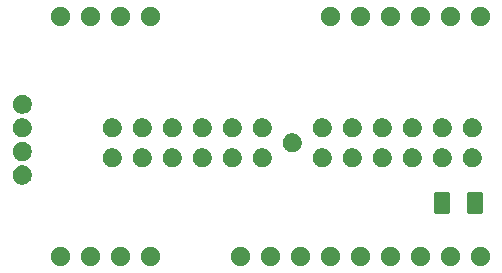
<source format=gbr>
G04 #@! TF.GenerationSoftware,KiCad,Pcbnew,(5.1.2)-2*
G04 #@! TF.CreationDate,2019-08-10T02:00:27-04:00*
G04 #@! TF.ProjectId,compact-giraffe,636f6d70-6163-4742-9d67-697261666665,rev?*
G04 #@! TF.SameCoordinates,Original*
G04 #@! TF.FileFunction,Soldermask,Top*
G04 #@! TF.FilePolarity,Negative*
%FSLAX46Y46*%
G04 Gerber Fmt 4.6, Leading zero omitted, Abs format (unit mm)*
G04 Created by KiCad (PCBNEW (5.1.2)-2) date 2019-08-10 02:00:27*
%MOMM*%
%LPD*%
G04 APERTURE LIST*
%ADD10C,0.100000*%
G04 APERTURE END LIST*
D10*
G36*
X141909141Y-99000241D02*
G01*
X142057100Y-99061528D01*
X142190254Y-99150498D01*
X142303500Y-99263744D01*
X142392470Y-99396898D01*
X142453757Y-99544857D01*
X142484999Y-99701924D01*
X142484999Y-99862074D01*
X142453757Y-100019141D01*
X142392470Y-100167100D01*
X142303500Y-100300254D01*
X142190254Y-100413500D01*
X142057100Y-100502470D01*
X141909141Y-100563757D01*
X141752074Y-100594999D01*
X141591924Y-100594999D01*
X141434857Y-100563757D01*
X141286898Y-100502470D01*
X141153744Y-100413500D01*
X141040498Y-100300254D01*
X140951528Y-100167100D01*
X140890241Y-100019141D01*
X140858999Y-99862074D01*
X140858999Y-99701924D01*
X140890241Y-99544857D01*
X140951528Y-99396898D01*
X141040498Y-99263744D01*
X141153744Y-99150498D01*
X141286898Y-99061528D01*
X141434857Y-99000241D01*
X141591924Y-98968999D01*
X141752074Y-98968999D01*
X141909141Y-99000241D01*
X141909141Y-99000241D01*
G37*
G36*
X139369141Y-99000241D02*
G01*
X139517100Y-99061528D01*
X139650254Y-99150498D01*
X139763500Y-99263744D01*
X139852470Y-99396898D01*
X139913757Y-99544857D01*
X139944999Y-99701924D01*
X139944999Y-99862074D01*
X139913757Y-100019141D01*
X139852470Y-100167100D01*
X139763500Y-100300254D01*
X139650254Y-100413500D01*
X139517100Y-100502470D01*
X139369141Y-100563757D01*
X139212074Y-100594999D01*
X139051924Y-100594999D01*
X138894857Y-100563757D01*
X138746898Y-100502470D01*
X138613744Y-100413500D01*
X138500498Y-100300254D01*
X138411528Y-100167100D01*
X138350241Y-100019141D01*
X138318999Y-99862074D01*
X138318999Y-99701924D01*
X138350241Y-99544857D01*
X138411528Y-99396898D01*
X138500498Y-99263744D01*
X138613744Y-99150498D01*
X138746898Y-99061528D01*
X138894857Y-99000241D01*
X139051924Y-98968999D01*
X139212074Y-98968999D01*
X139369141Y-99000241D01*
X139369141Y-99000241D01*
G37*
G36*
X106349141Y-99000241D02*
G01*
X106497100Y-99061528D01*
X106630254Y-99150498D01*
X106743500Y-99263744D01*
X106832470Y-99396898D01*
X106893757Y-99544857D01*
X106924999Y-99701924D01*
X106924999Y-99862074D01*
X106893757Y-100019141D01*
X106832470Y-100167100D01*
X106743500Y-100300254D01*
X106630254Y-100413500D01*
X106497100Y-100502470D01*
X106349141Y-100563757D01*
X106192074Y-100594999D01*
X106031924Y-100594999D01*
X105874857Y-100563757D01*
X105726898Y-100502470D01*
X105593744Y-100413500D01*
X105480498Y-100300254D01*
X105391528Y-100167100D01*
X105330241Y-100019141D01*
X105298999Y-99862074D01*
X105298999Y-99701924D01*
X105330241Y-99544857D01*
X105391528Y-99396898D01*
X105480498Y-99263744D01*
X105593744Y-99150498D01*
X105726898Y-99061528D01*
X105874857Y-99000241D01*
X106031924Y-98968999D01*
X106192074Y-98968999D01*
X106349141Y-99000241D01*
X106349141Y-99000241D01*
G37*
G36*
X108889141Y-99000241D02*
G01*
X109037100Y-99061528D01*
X109170254Y-99150498D01*
X109283500Y-99263744D01*
X109372470Y-99396898D01*
X109433757Y-99544857D01*
X109464999Y-99701924D01*
X109464999Y-99862074D01*
X109433757Y-100019141D01*
X109372470Y-100167100D01*
X109283500Y-100300254D01*
X109170254Y-100413500D01*
X109037100Y-100502470D01*
X108889141Y-100563757D01*
X108732074Y-100594999D01*
X108571924Y-100594999D01*
X108414857Y-100563757D01*
X108266898Y-100502470D01*
X108133744Y-100413500D01*
X108020498Y-100300254D01*
X107931528Y-100167100D01*
X107870241Y-100019141D01*
X107838999Y-99862074D01*
X107838999Y-99701924D01*
X107870241Y-99544857D01*
X107931528Y-99396898D01*
X108020498Y-99263744D01*
X108133744Y-99150498D01*
X108266898Y-99061528D01*
X108414857Y-99000241D01*
X108571924Y-98968999D01*
X108732074Y-98968999D01*
X108889141Y-99000241D01*
X108889141Y-99000241D01*
G37*
G36*
X111429141Y-99000241D02*
G01*
X111577100Y-99061528D01*
X111710254Y-99150498D01*
X111823500Y-99263744D01*
X111912470Y-99396898D01*
X111973757Y-99544857D01*
X112004999Y-99701924D01*
X112004999Y-99862074D01*
X111973757Y-100019141D01*
X111912470Y-100167100D01*
X111823500Y-100300254D01*
X111710254Y-100413500D01*
X111577100Y-100502470D01*
X111429141Y-100563757D01*
X111272074Y-100594999D01*
X111111924Y-100594999D01*
X110954857Y-100563757D01*
X110806898Y-100502470D01*
X110673744Y-100413500D01*
X110560498Y-100300254D01*
X110471528Y-100167100D01*
X110410241Y-100019141D01*
X110378999Y-99862074D01*
X110378999Y-99701924D01*
X110410241Y-99544857D01*
X110471528Y-99396898D01*
X110560498Y-99263744D01*
X110673744Y-99150498D01*
X110806898Y-99061528D01*
X110954857Y-99000241D01*
X111111924Y-98968999D01*
X111272074Y-98968999D01*
X111429141Y-99000241D01*
X111429141Y-99000241D01*
G37*
G36*
X113969141Y-99000241D02*
G01*
X114117100Y-99061528D01*
X114250254Y-99150498D01*
X114363500Y-99263744D01*
X114452470Y-99396898D01*
X114513757Y-99544857D01*
X114544999Y-99701924D01*
X114544999Y-99862074D01*
X114513757Y-100019141D01*
X114452470Y-100167100D01*
X114363500Y-100300254D01*
X114250254Y-100413500D01*
X114117100Y-100502470D01*
X113969141Y-100563757D01*
X113812074Y-100594999D01*
X113651924Y-100594999D01*
X113494857Y-100563757D01*
X113346898Y-100502470D01*
X113213744Y-100413500D01*
X113100498Y-100300254D01*
X113011528Y-100167100D01*
X112950241Y-100019141D01*
X112918999Y-99862074D01*
X112918999Y-99701924D01*
X112950241Y-99544857D01*
X113011528Y-99396898D01*
X113100498Y-99263744D01*
X113213744Y-99150498D01*
X113346898Y-99061528D01*
X113494857Y-99000241D01*
X113651924Y-98968999D01*
X113812074Y-98968999D01*
X113969141Y-99000241D01*
X113969141Y-99000241D01*
G37*
G36*
X121589141Y-99000241D02*
G01*
X121737100Y-99061528D01*
X121870254Y-99150498D01*
X121983500Y-99263744D01*
X122072470Y-99396898D01*
X122133757Y-99544857D01*
X122164999Y-99701924D01*
X122164999Y-99862074D01*
X122133757Y-100019141D01*
X122072470Y-100167100D01*
X121983500Y-100300254D01*
X121870254Y-100413500D01*
X121737100Y-100502470D01*
X121589141Y-100563757D01*
X121432074Y-100594999D01*
X121271924Y-100594999D01*
X121114857Y-100563757D01*
X120966898Y-100502470D01*
X120833744Y-100413500D01*
X120720498Y-100300254D01*
X120631528Y-100167100D01*
X120570241Y-100019141D01*
X120538999Y-99862074D01*
X120538999Y-99701924D01*
X120570241Y-99544857D01*
X120631528Y-99396898D01*
X120720498Y-99263744D01*
X120833744Y-99150498D01*
X120966898Y-99061528D01*
X121114857Y-99000241D01*
X121271924Y-98968999D01*
X121432074Y-98968999D01*
X121589141Y-99000241D01*
X121589141Y-99000241D01*
G37*
G36*
X124129141Y-99000241D02*
G01*
X124277100Y-99061528D01*
X124410254Y-99150498D01*
X124523500Y-99263744D01*
X124612470Y-99396898D01*
X124673757Y-99544857D01*
X124704999Y-99701924D01*
X124704999Y-99862074D01*
X124673757Y-100019141D01*
X124612470Y-100167100D01*
X124523500Y-100300254D01*
X124410254Y-100413500D01*
X124277100Y-100502470D01*
X124129141Y-100563757D01*
X123972074Y-100594999D01*
X123811924Y-100594999D01*
X123654857Y-100563757D01*
X123506898Y-100502470D01*
X123373744Y-100413500D01*
X123260498Y-100300254D01*
X123171528Y-100167100D01*
X123110241Y-100019141D01*
X123078999Y-99862074D01*
X123078999Y-99701924D01*
X123110241Y-99544857D01*
X123171528Y-99396898D01*
X123260498Y-99263744D01*
X123373744Y-99150498D01*
X123506898Y-99061528D01*
X123654857Y-99000241D01*
X123811924Y-98968999D01*
X123972074Y-98968999D01*
X124129141Y-99000241D01*
X124129141Y-99000241D01*
G37*
G36*
X126669141Y-99000241D02*
G01*
X126817100Y-99061528D01*
X126950254Y-99150498D01*
X127063500Y-99263744D01*
X127152470Y-99396898D01*
X127213757Y-99544857D01*
X127244999Y-99701924D01*
X127244999Y-99862074D01*
X127213757Y-100019141D01*
X127152470Y-100167100D01*
X127063500Y-100300254D01*
X126950254Y-100413500D01*
X126817100Y-100502470D01*
X126669141Y-100563757D01*
X126512074Y-100594999D01*
X126351924Y-100594999D01*
X126194857Y-100563757D01*
X126046898Y-100502470D01*
X125913744Y-100413500D01*
X125800498Y-100300254D01*
X125711528Y-100167100D01*
X125650241Y-100019141D01*
X125618999Y-99862074D01*
X125618999Y-99701924D01*
X125650241Y-99544857D01*
X125711528Y-99396898D01*
X125800498Y-99263744D01*
X125913744Y-99150498D01*
X126046898Y-99061528D01*
X126194857Y-99000241D01*
X126351924Y-98968999D01*
X126512074Y-98968999D01*
X126669141Y-99000241D01*
X126669141Y-99000241D01*
G37*
G36*
X129209141Y-99000241D02*
G01*
X129357100Y-99061528D01*
X129490254Y-99150498D01*
X129603500Y-99263744D01*
X129692470Y-99396898D01*
X129753757Y-99544857D01*
X129784999Y-99701924D01*
X129784999Y-99862074D01*
X129753757Y-100019141D01*
X129692470Y-100167100D01*
X129603500Y-100300254D01*
X129490254Y-100413500D01*
X129357100Y-100502470D01*
X129209141Y-100563757D01*
X129052074Y-100594999D01*
X128891924Y-100594999D01*
X128734857Y-100563757D01*
X128586898Y-100502470D01*
X128453744Y-100413500D01*
X128340498Y-100300254D01*
X128251528Y-100167100D01*
X128190241Y-100019141D01*
X128158999Y-99862074D01*
X128158999Y-99701924D01*
X128190241Y-99544857D01*
X128251528Y-99396898D01*
X128340498Y-99263744D01*
X128453744Y-99150498D01*
X128586898Y-99061528D01*
X128734857Y-99000241D01*
X128891924Y-98968999D01*
X129052074Y-98968999D01*
X129209141Y-99000241D01*
X129209141Y-99000241D01*
G37*
G36*
X131749141Y-99000241D02*
G01*
X131897100Y-99061528D01*
X132030254Y-99150498D01*
X132143500Y-99263744D01*
X132232470Y-99396898D01*
X132293757Y-99544857D01*
X132324999Y-99701924D01*
X132324999Y-99862074D01*
X132293757Y-100019141D01*
X132232470Y-100167100D01*
X132143500Y-100300254D01*
X132030254Y-100413500D01*
X131897100Y-100502470D01*
X131749141Y-100563757D01*
X131592074Y-100594999D01*
X131431924Y-100594999D01*
X131274857Y-100563757D01*
X131126898Y-100502470D01*
X130993744Y-100413500D01*
X130880498Y-100300254D01*
X130791528Y-100167100D01*
X130730241Y-100019141D01*
X130698999Y-99862074D01*
X130698999Y-99701924D01*
X130730241Y-99544857D01*
X130791528Y-99396898D01*
X130880498Y-99263744D01*
X130993744Y-99150498D01*
X131126898Y-99061528D01*
X131274857Y-99000241D01*
X131431924Y-98968999D01*
X131592074Y-98968999D01*
X131749141Y-99000241D01*
X131749141Y-99000241D01*
G37*
G36*
X134289141Y-99000241D02*
G01*
X134437100Y-99061528D01*
X134570254Y-99150498D01*
X134683500Y-99263744D01*
X134772470Y-99396898D01*
X134833757Y-99544857D01*
X134864999Y-99701924D01*
X134864999Y-99862074D01*
X134833757Y-100019141D01*
X134772470Y-100167100D01*
X134683500Y-100300254D01*
X134570254Y-100413500D01*
X134437100Y-100502470D01*
X134289141Y-100563757D01*
X134132074Y-100594999D01*
X133971924Y-100594999D01*
X133814857Y-100563757D01*
X133666898Y-100502470D01*
X133533744Y-100413500D01*
X133420498Y-100300254D01*
X133331528Y-100167100D01*
X133270241Y-100019141D01*
X133238999Y-99862074D01*
X133238999Y-99701924D01*
X133270241Y-99544857D01*
X133331528Y-99396898D01*
X133420498Y-99263744D01*
X133533744Y-99150498D01*
X133666898Y-99061528D01*
X133814857Y-99000241D01*
X133971924Y-98968999D01*
X134132074Y-98968999D01*
X134289141Y-99000241D01*
X134289141Y-99000241D01*
G37*
G36*
X136829141Y-99000241D02*
G01*
X136977100Y-99061528D01*
X137110254Y-99150498D01*
X137223500Y-99263744D01*
X137312470Y-99396898D01*
X137373757Y-99544857D01*
X137404999Y-99701924D01*
X137404999Y-99862074D01*
X137373757Y-100019141D01*
X137312470Y-100167100D01*
X137223500Y-100300254D01*
X137110254Y-100413500D01*
X136977100Y-100502470D01*
X136829141Y-100563757D01*
X136672074Y-100594999D01*
X136511924Y-100594999D01*
X136354857Y-100563757D01*
X136206898Y-100502470D01*
X136073744Y-100413500D01*
X135960498Y-100300254D01*
X135871528Y-100167100D01*
X135810241Y-100019141D01*
X135778999Y-99862074D01*
X135778999Y-99701924D01*
X135810241Y-99544857D01*
X135871528Y-99396898D01*
X135960498Y-99263744D01*
X136073744Y-99150498D01*
X136206898Y-99061528D01*
X136354857Y-99000241D01*
X136511924Y-98968999D01*
X136672074Y-98968999D01*
X136829141Y-99000241D01*
X136829141Y-99000241D01*
G37*
G36*
X138948604Y-94328347D02*
G01*
X138985144Y-94339432D01*
X139018821Y-94357433D01*
X139048341Y-94381659D01*
X139072567Y-94411179D01*
X139090568Y-94444856D01*
X139101653Y-94481396D01*
X139106000Y-94525538D01*
X139106000Y-95974462D01*
X139101653Y-96018604D01*
X139090568Y-96055144D01*
X139072567Y-96088821D01*
X139048341Y-96118341D01*
X139018821Y-96142567D01*
X138985144Y-96160568D01*
X138948604Y-96171653D01*
X138904462Y-96176000D01*
X137955538Y-96176000D01*
X137911396Y-96171653D01*
X137874856Y-96160568D01*
X137841179Y-96142567D01*
X137811659Y-96118341D01*
X137787433Y-96088821D01*
X137769432Y-96055144D01*
X137758347Y-96018604D01*
X137754000Y-95974462D01*
X137754000Y-94525538D01*
X137758347Y-94481396D01*
X137769432Y-94444856D01*
X137787433Y-94411179D01*
X137811659Y-94381659D01*
X137841179Y-94357433D01*
X137874856Y-94339432D01*
X137911396Y-94328347D01*
X137955538Y-94324000D01*
X138904462Y-94324000D01*
X138948604Y-94328347D01*
X138948604Y-94328347D01*
G37*
G36*
X141748604Y-94328347D02*
G01*
X141785144Y-94339432D01*
X141818821Y-94357433D01*
X141848341Y-94381659D01*
X141872567Y-94411179D01*
X141890568Y-94444856D01*
X141901653Y-94481396D01*
X141906000Y-94525538D01*
X141906000Y-95974462D01*
X141901653Y-96018604D01*
X141890568Y-96055144D01*
X141872567Y-96088821D01*
X141848341Y-96118341D01*
X141818821Y-96142567D01*
X141785144Y-96160568D01*
X141748604Y-96171653D01*
X141704462Y-96176000D01*
X140755538Y-96176000D01*
X140711396Y-96171653D01*
X140674856Y-96160568D01*
X140641179Y-96142567D01*
X140611659Y-96118341D01*
X140587433Y-96088821D01*
X140569432Y-96055144D01*
X140558347Y-96018604D01*
X140554000Y-95974462D01*
X140554000Y-94525538D01*
X140558347Y-94481396D01*
X140569432Y-94444856D01*
X140587433Y-94411179D01*
X140611659Y-94381659D01*
X140641179Y-94357433D01*
X140674856Y-94339432D01*
X140711396Y-94328347D01*
X140755538Y-94324000D01*
X141704462Y-94324000D01*
X141748604Y-94328347D01*
X141748604Y-94328347D01*
G37*
G36*
X103107142Y-92118242D02*
G01*
X103255101Y-92179529D01*
X103388255Y-92268499D01*
X103501501Y-92381745D01*
X103590471Y-92514899D01*
X103651758Y-92662858D01*
X103683000Y-92819925D01*
X103683000Y-92980075D01*
X103651758Y-93137142D01*
X103590471Y-93285101D01*
X103501501Y-93418255D01*
X103388255Y-93531501D01*
X103255101Y-93620471D01*
X103107142Y-93681758D01*
X102950075Y-93713000D01*
X102789925Y-93713000D01*
X102632858Y-93681758D01*
X102484899Y-93620471D01*
X102351745Y-93531501D01*
X102238499Y-93418255D01*
X102149529Y-93285101D01*
X102088242Y-93137142D01*
X102057000Y-92980075D01*
X102057000Y-92819925D01*
X102088242Y-92662858D01*
X102149529Y-92514899D01*
X102238499Y-92381745D01*
X102351745Y-92268499D01*
X102484899Y-92179529D01*
X102632858Y-92118242D01*
X102789925Y-92087000D01*
X102950075Y-92087000D01*
X103107142Y-92118242D01*
X103107142Y-92118242D01*
G37*
G36*
X141207142Y-90658242D02*
G01*
X141355101Y-90719529D01*
X141488255Y-90808499D01*
X141601501Y-90921745D01*
X141690471Y-91054899D01*
X141751758Y-91202858D01*
X141783000Y-91359925D01*
X141783000Y-91520075D01*
X141751758Y-91677142D01*
X141690471Y-91825101D01*
X141601501Y-91958255D01*
X141488255Y-92071501D01*
X141355101Y-92160471D01*
X141207142Y-92221758D01*
X141050075Y-92253000D01*
X140889925Y-92253000D01*
X140732858Y-92221758D01*
X140584899Y-92160471D01*
X140451745Y-92071501D01*
X140338499Y-91958255D01*
X140249529Y-91825101D01*
X140188242Y-91677142D01*
X140157000Y-91520075D01*
X140157000Y-91359925D01*
X140188242Y-91202858D01*
X140249529Y-91054899D01*
X140338499Y-90921745D01*
X140451745Y-90808499D01*
X140584899Y-90719529D01*
X140732858Y-90658242D01*
X140889925Y-90627000D01*
X141050075Y-90627000D01*
X141207142Y-90658242D01*
X141207142Y-90658242D01*
G37*
G36*
X138667142Y-90658242D02*
G01*
X138815101Y-90719529D01*
X138948255Y-90808499D01*
X139061501Y-90921745D01*
X139150471Y-91054899D01*
X139211758Y-91202858D01*
X139243000Y-91359925D01*
X139243000Y-91520075D01*
X139211758Y-91677142D01*
X139150471Y-91825101D01*
X139061501Y-91958255D01*
X138948255Y-92071501D01*
X138815101Y-92160471D01*
X138667142Y-92221758D01*
X138510075Y-92253000D01*
X138349925Y-92253000D01*
X138192858Y-92221758D01*
X138044899Y-92160471D01*
X137911745Y-92071501D01*
X137798499Y-91958255D01*
X137709529Y-91825101D01*
X137648242Y-91677142D01*
X137617000Y-91520075D01*
X137617000Y-91359925D01*
X137648242Y-91202858D01*
X137709529Y-91054899D01*
X137798499Y-90921745D01*
X137911745Y-90808499D01*
X138044899Y-90719529D01*
X138192858Y-90658242D01*
X138349925Y-90627000D01*
X138510075Y-90627000D01*
X138667142Y-90658242D01*
X138667142Y-90658242D01*
G37*
G36*
X131047142Y-90658242D02*
G01*
X131195101Y-90719529D01*
X131328255Y-90808499D01*
X131441501Y-90921745D01*
X131530471Y-91054899D01*
X131591758Y-91202858D01*
X131623000Y-91359925D01*
X131623000Y-91520075D01*
X131591758Y-91677142D01*
X131530471Y-91825101D01*
X131441501Y-91958255D01*
X131328255Y-92071501D01*
X131195101Y-92160471D01*
X131047142Y-92221758D01*
X130890075Y-92253000D01*
X130729925Y-92253000D01*
X130572858Y-92221758D01*
X130424899Y-92160471D01*
X130291745Y-92071501D01*
X130178499Y-91958255D01*
X130089529Y-91825101D01*
X130028242Y-91677142D01*
X129997000Y-91520075D01*
X129997000Y-91359925D01*
X130028242Y-91202858D01*
X130089529Y-91054899D01*
X130178499Y-90921745D01*
X130291745Y-90808499D01*
X130424899Y-90719529D01*
X130572858Y-90658242D01*
X130729925Y-90627000D01*
X130890075Y-90627000D01*
X131047142Y-90658242D01*
X131047142Y-90658242D01*
G37*
G36*
X136127142Y-90658242D02*
G01*
X136275101Y-90719529D01*
X136408255Y-90808499D01*
X136521501Y-90921745D01*
X136610471Y-91054899D01*
X136671758Y-91202858D01*
X136703000Y-91359925D01*
X136703000Y-91520075D01*
X136671758Y-91677142D01*
X136610471Y-91825101D01*
X136521501Y-91958255D01*
X136408255Y-92071501D01*
X136275101Y-92160471D01*
X136127142Y-92221758D01*
X135970075Y-92253000D01*
X135809925Y-92253000D01*
X135652858Y-92221758D01*
X135504899Y-92160471D01*
X135371745Y-92071501D01*
X135258499Y-91958255D01*
X135169529Y-91825101D01*
X135108242Y-91677142D01*
X135077000Y-91520075D01*
X135077000Y-91359925D01*
X135108242Y-91202858D01*
X135169529Y-91054899D01*
X135258499Y-90921745D01*
X135371745Y-90808499D01*
X135504899Y-90719529D01*
X135652858Y-90658242D01*
X135809925Y-90627000D01*
X135970075Y-90627000D01*
X136127142Y-90658242D01*
X136127142Y-90658242D01*
G37*
G36*
X110727142Y-90658242D02*
G01*
X110875101Y-90719529D01*
X111008255Y-90808499D01*
X111121501Y-90921745D01*
X111210471Y-91054899D01*
X111271758Y-91202858D01*
X111303000Y-91359925D01*
X111303000Y-91520075D01*
X111271758Y-91677142D01*
X111210471Y-91825101D01*
X111121501Y-91958255D01*
X111008255Y-92071501D01*
X110875101Y-92160471D01*
X110727142Y-92221758D01*
X110570075Y-92253000D01*
X110409925Y-92253000D01*
X110252858Y-92221758D01*
X110104899Y-92160471D01*
X109971745Y-92071501D01*
X109858499Y-91958255D01*
X109769529Y-91825101D01*
X109708242Y-91677142D01*
X109677000Y-91520075D01*
X109677000Y-91359925D01*
X109708242Y-91202858D01*
X109769529Y-91054899D01*
X109858499Y-90921745D01*
X109971745Y-90808499D01*
X110104899Y-90719529D01*
X110252858Y-90658242D01*
X110409925Y-90627000D01*
X110570075Y-90627000D01*
X110727142Y-90658242D01*
X110727142Y-90658242D01*
G37*
G36*
X113267142Y-90658242D02*
G01*
X113415101Y-90719529D01*
X113548255Y-90808499D01*
X113661501Y-90921745D01*
X113750471Y-91054899D01*
X113811758Y-91202858D01*
X113843000Y-91359925D01*
X113843000Y-91520075D01*
X113811758Y-91677142D01*
X113750471Y-91825101D01*
X113661501Y-91958255D01*
X113548255Y-92071501D01*
X113415101Y-92160471D01*
X113267142Y-92221758D01*
X113110075Y-92253000D01*
X112949925Y-92253000D01*
X112792858Y-92221758D01*
X112644899Y-92160471D01*
X112511745Y-92071501D01*
X112398499Y-91958255D01*
X112309529Y-91825101D01*
X112248242Y-91677142D01*
X112217000Y-91520075D01*
X112217000Y-91359925D01*
X112248242Y-91202858D01*
X112309529Y-91054899D01*
X112398499Y-90921745D01*
X112511745Y-90808499D01*
X112644899Y-90719529D01*
X112792858Y-90658242D01*
X112949925Y-90627000D01*
X113110075Y-90627000D01*
X113267142Y-90658242D01*
X113267142Y-90658242D01*
G37*
G36*
X118347142Y-90658242D02*
G01*
X118495101Y-90719529D01*
X118628255Y-90808499D01*
X118741501Y-90921745D01*
X118830471Y-91054899D01*
X118891758Y-91202858D01*
X118923000Y-91359925D01*
X118923000Y-91520075D01*
X118891758Y-91677142D01*
X118830471Y-91825101D01*
X118741501Y-91958255D01*
X118628255Y-92071501D01*
X118495101Y-92160471D01*
X118347142Y-92221758D01*
X118190075Y-92253000D01*
X118029925Y-92253000D01*
X117872858Y-92221758D01*
X117724899Y-92160471D01*
X117591745Y-92071501D01*
X117478499Y-91958255D01*
X117389529Y-91825101D01*
X117328242Y-91677142D01*
X117297000Y-91520075D01*
X117297000Y-91359925D01*
X117328242Y-91202858D01*
X117389529Y-91054899D01*
X117478499Y-90921745D01*
X117591745Y-90808499D01*
X117724899Y-90719529D01*
X117872858Y-90658242D01*
X118029925Y-90627000D01*
X118190075Y-90627000D01*
X118347142Y-90658242D01*
X118347142Y-90658242D01*
G37*
G36*
X120887142Y-90658242D02*
G01*
X121035101Y-90719529D01*
X121168255Y-90808499D01*
X121281501Y-90921745D01*
X121370471Y-91054899D01*
X121431758Y-91202858D01*
X121463000Y-91359925D01*
X121463000Y-91520075D01*
X121431758Y-91677142D01*
X121370471Y-91825101D01*
X121281501Y-91958255D01*
X121168255Y-92071501D01*
X121035101Y-92160471D01*
X120887142Y-92221758D01*
X120730075Y-92253000D01*
X120569925Y-92253000D01*
X120412858Y-92221758D01*
X120264899Y-92160471D01*
X120131745Y-92071501D01*
X120018499Y-91958255D01*
X119929529Y-91825101D01*
X119868242Y-91677142D01*
X119837000Y-91520075D01*
X119837000Y-91359925D01*
X119868242Y-91202858D01*
X119929529Y-91054899D01*
X120018499Y-90921745D01*
X120131745Y-90808499D01*
X120264899Y-90719529D01*
X120412858Y-90658242D01*
X120569925Y-90627000D01*
X120730075Y-90627000D01*
X120887142Y-90658242D01*
X120887142Y-90658242D01*
G37*
G36*
X123427142Y-90658242D02*
G01*
X123575101Y-90719529D01*
X123708255Y-90808499D01*
X123821501Y-90921745D01*
X123910471Y-91054899D01*
X123971758Y-91202858D01*
X124003000Y-91359925D01*
X124003000Y-91520075D01*
X123971758Y-91677142D01*
X123910471Y-91825101D01*
X123821501Y-91958255D01*
X123708255Y-92071501D01*
X123575101Y-92160471D01*
X123427142Y-92221758D01*
X123270075Y-92253000D01*
X123109925Y-92253000D01*
X122952858Y-92221758D01*
X122804899Y-92160471D01*
X122671745Y-92071501D01*
X122558499Y-91958255D01*
X122469529Y-91825101D01*
X122408242Y-91677142D01*
X122377000Y-91520075D01*
X122377000Y-91359925D01*
X122408242Y-91202858D01*
X122469529Y-91054899D01*
X122558499Y-90921745D01*
X122671745Y-90808499D01*
X122804899Y-90719529D01*
X122952858Y-90658242D01*
X123109925Y-90627000D01*
X123270075Y-90627000D01*
X123427142Y-90658242D01*
X123427142Y-90658242D01*
G37*
G36*
X128507142Y-90658242D02*
G01*
X128655101Y-90719529D01*
X128788255Y-90808499D01*
X128901501Y-90921745D01*
X128990471Y-91054899D01*
X129051758Y-91202858D01*
X129083000Y-91359925D01*
X129083000Y-91520075D01*
X129051758Y-91677142D01*
X128990471Y-91825101D01*
X128901501Y-91958255D01*
X128788255Y-92071501D01*
X128655101Y-92160471D01*
X128507142Y-92221758D01*
X128350075Y-92253000D01*
X128189925Y-92253000D01*
X128032858Y-92221758D01*
X127884899Y-92160471D01*
X127751745Y-92071501D01*
X127638499Y-91958255D01*
X127549529Y-91825101D01*
X127488242Y-91677142D01*
X127457000Y-91520075D01*
X127457000Y-91359925D01*
X127488242Y-91202858D01*
X127549529Y-91054899D01*
X127638499Y-90921745D01*
X127751745Y-90808499D01*
X127884899Y-90719529D01*
X128032858Y-90658242D01*
X128189925Y-90627000D01*
X128350075Y-90627000D01*
X128507142Y-90658242D01*
X128507142Y-90658242D01*
G37*
G36*
X133587142Y-90658242D02*
G01*
X133735101Y-90719529D01*
X133868255Y-90808499D01*
X133981501Y-90921745D01*
X134070471Y-91054899D01*
X134131758Y-91202858D01*
X134163000Y-91359925D01*
X134163000Y-91520075D01*
X134131758Y-91677142D01*
X134070471Y-91825101D01*
X133981501Y-91958255D01*
X133868255Y-92071501D01*
X133735101Y-92160471D01*
X133587142Y-92221758D01*
X133430075Y-92253000D01*
X133269925Y-92253000D01*
X133112858Y-92221758D01*
X132964899Y-92160471D01*
X132831745Y-92071501D01*
X132718499Y-91958255D01*
X132629529Y-91825101D01*
X132568242Y-91677142D01*
X132537000Y-91520075D01*
X132537000Y-91359925D01*
X132568242Y-91202858D01*
X132629529Y-91054899D01*
X132718499Y-90921745D01*
X132831745Y-90808499D01*
X132964899Y-90719529D01*
X133112858Y-90658242D01*
X133269925Y-90627000D01*
X133430075Y-90627000D01*
X133587142Y-90658242D01*
X133587142Y-90658242D01*
G37*
G36*
X115807142Y-90658242D02*
G01*
X115955101Y-90719529D01*
X116088255Y-90808499D01*
X116201501Y-90921745D01*
X116290471Y-91054899D01*
X116351758Y-91202858D01*
X116383000Y-91359925D01*
X116383000Y-91520075D01*
X116351758Y-91677142D01*
X116290471Y-91825101D01*
X116201501Y-91958255D01*
X116088255Y-92071501D01*
X115955101Y-92160471D01*
X115807142Y-92221758D01*
X115650075Y-92253000D01*
X115489925Y-92253000D01*
X115332858Y-92221758D01*
X115184899Y-92160471D01*
X115051745Y-92071501D01*
X114938499Y-91958255D01*
X114849529Y-91825101D01*
X114788242Y-91677142D01*
X114757000Y-91520075D01*
X114757000Y-91359925D01*
X114788242Y-91202858D01*
X114849529Y-91054899D01*
X114938499Y-90921745D01*
X115051745Y-90808499D01*
X115184899Y-90719529D01*
X115332858Y-90658242D01*
X115489925Y-90627000D01*
X115650075Y-90627000D01*
X115807142Y-90658242D01*
X115807142Y-90658242D01*
G37*
G36*
X103107142Y-90118242D02*
G01*
X103255101Y-90179529D01*
X103388255Y-90268499D01*
X103501501Y-90381745D01*
X103590471Y-90514899D01*
X103651758Y-90662858D01*
X103683000Y-90819925D01*
X103683000Y-90980075D01*
X103651758Y-91137142D01*
X103590471Y-91285101D01*
X103501501Y-91418255D01*
X103388255Y-91531501D01*
X103255101Y-91620471D01*
X103107142Y-91681758D01*
X102950075Y-91713000D01*
X102789925Y-91713000D01*
X102632858Y-91681758D01*
X102484899Y-91620471D01*
X102351745Y-91531501D01*
X102238499Y-91418255D01*
X102149529Y-91285101D01*
X102088242Y-91137142D01*
X102057000Y-90980075D01*
X102057000Y-90819925D01*
X102088242Y-90662858D01*
X102149529Y-90514899D01*
X102238499Y-90381745D01*
X102351745Y-90268499D01*
X102484899Y-90179529D01*
X102632858Y-90118242D01*
X102789925Y-90087000D01*
X102950075Y-90087000D01*
X103107142Y-90118242D01*
X103107142Y-90118242D01*
G37*
G36*
X125967142Y-89388242D02*
G01*
X126115101Y-89449529D01*
X126248255Y-89538499D01*
X126361501Y-89651745D01*
X126450471Y-89784899D01*
X126511758Y-89932858D01*
X126543000Y-90089925D01*
X126543000Y-90250075D01*
X126511758Y-90407142D01*
X126450471Y-90555101D01*
X126361501Y-90688255D01*
X126248255Y-90801501D01*
X126115101Y-90890471D01*
X125967142Y-90951758D01*
X125810075Y-90983000D01*
X125649925Y-90983000D01*
X125492858Y-90951758D01*
X125344899Y-90890471D01*
X125211745Y-90801501D01*
X125098499Y-90688255D01*
X125009529Y-90555101D01*
X124948242Y-90407142D01*
X124917000Y-90250075D01*
X124917000Y-90089925D01*
X124948242Y-89932858D01*
X125009529Y-89784899D01*
X125098499Y-89651745D01*
X125211745Y-89538499D01*
X125344899Y-89449529D01*
X125492858Y-89388242D01*
X125649925Y-89357000D01*
X125810075Y-89357000D01*
X125967142Y-89388242D01*
X125967142Y-89388242D01*
G37*
G36*
X133587142Y-88118242D02*
G01*
X133735101Y-88179529D01*
X133868255Y-88268499D01*
X133981501Y-88381745D01*
X134070471Y-88514899D01*
X134131758Y-88662858D01*
X134163000Y-88819925D01*
X134163000Y-88980075D01*
X134131758Y-89137142D01*
X134070471Y-89285101D01*
X133981501Y-89418255D01*
X133868255Y-89531501D01*
X133735101Y-89620471D01*
X133587142Y-89681758D01*
X133430075Y-89713000D01*
X133269925Y-89713000D01*
X133112858Y-89681758D01*
X132964899Y-89620471D01*
X132831745Y-89531501D01*
X132718499Y-89418255D01*
X132629529Y-89285101D01*
X132568242Y-89137142D01*
X132537000Y-88980075D01*
X132537000Y-88819925D01*
X132568242Y-88662858D01*
X132629529Y-88514899D01*
X132718499Y-88381745D01*
X132831745Y-88268499D01*
X132964899Y-88179529D01*
X133112858Y-88118242D01*
X133269925Y-88087000D01*
X133430075Y-88087000D01*
X133587142Y-88118242D01*
X133587142Y-88118242D01*
G37*
G36*
X141207142Y-88118242D02*
G01*
X141355101Y-88179529D01*
X141488255Y-88268499D01*
X141601501Y-88381745D01*
X141690471Y-88514899D01*
X141751758Y-88662858D01*
X141783000Y-88819925D01*
X141783000Y-88980075D01*
X141751758Y-89137142D01*
X141690471Y-89285101D01*
X141601501Y-89418255D01*
X141488255Y-89531501D01*
X141355101Y-89620471D01*
X141207142Y-89681758D01*
X141050075Y-89713000D01*
X140889925Y-89713000D01*
X140732858Y-89681758D01*
X140584899Y-89620471D01*
X140451745Y-89531501D01*
X140338499Y-89418255D01*
X140249529Y-89285101D01*
X140188242Y-89137142D01*
X140157000Y-88980075D01*
X140157000Y-88819925D01*
X140188242Y-88662858D01*
X140249529Y-88514899D01*
X140338499Y-88381745D01*
X140451745Y-88268499D01*
X140584899Y-88179529D01*
X140732858Y-88118242D01*
X140889925Y-88087000D01*
X141050075Y-88087000D01*
X141207142Y-88118242D01*
X141207142Y-88118242D01*
G37*
G36*
X138667142Y-88118242D02*
G01*
X138815101Y-88179529D01*
X138948255Y-88268499D01*
X139061501Y-88381745D01*
X139150471Y-88514899D01*
X139211758Y-88662858D01*
X139243000Y-88819925D01*
X139243000Y-88980075D01*
X139211758Y-89137142D01*
X139150471Y-89285101D01*
X139061501Y-89418255D01*
X138948255Y-89531501D01*
X138815101Y-89620471D01*
X138667142Y-89681758D01*
X138510075Y-89713000D01*
X138349925Y-89713000D01*
X138192858Y-89681758D01*
X138044899Y-89620471D01*
X137911745Y-89531501D01*
X137798499Y-89418255D01*
X137709529Y-89285101D01*
X137648242Y-89137142D01*
X137617000Y-88980075D01*
X137617000Y-88819925D01*
X137648242Y-88662858D01*
X137709529Y-88514899D01*
X137798499Y-88381745D01*
X137911745Y-88268499D01*
X138044899Y-88179529D01*
X138192858Y-88118242D01*
X138349925Y-88087000D01*
X138510075Y-88087000D01*
X138667142Y-88118242D01*
X138667142Y-88118242D01*
G37*
G36*
X136127142Y-88118242D02*
G01*
X136275101Y-88179529D01*
X136408255Y-88268499D01*
X136521501Y-88381745D01*
X136610471Y-88514899D01*
X136671758Y-88662858D01*
X136703000Y-88819925D01*
X136703000Y-88980075D01*
X136671758Y-89137142D01*
X136610471Y-89285101D01*
X136521501Y-89418255D01*
X136408255Y-89531501D01*
X136275101Y-89620471D01*
X136127142Y-89681758D01*
X135970075Y-89713000D01*
X135809925Y-89713000D01*
X135652858Y-89681758D01*
X135504899Y-89620471D01*
X135371745Y-89531501D01*
X135258499Y-89418255D01*
X135169529Y-89285101D01*
X135108242Y-89137142D01*
X135077000Y-88980075D01*
X135077000Y-88819925D01*
X135108242Y-88662858D01*
X135169529Y-88514899D01*
X135258499Y-88381745D01*
X135371745Y-88268499D01*
X135504899Y-88179529D01*
X135652858Y-88118242D01*
X135809925Y-88087000D01*
X135970075Y-88087000D01*
X136127142Y-88118242D01*
X136127142Y-88118242D01*
G37*
G36*
X131047142Y-88118242D02*
G01*
X131195101Y-88179529D01*
X131328255Y-88268499D01*
X131441501Y-88381745D01*
X131530471Y-88514899D01*
X131591758Y-88662858D01*
X131623000Y-88819925D01*
X131623000Y-88980075D01*
X131591758Y-89137142D01*
X131530471Y-89285101D01*
X131441501Y-89418255D01*
X131328255Y-89531501D01*
X131195101Y-89620471D01*
X131047142Y-89681758D01*
X130890075Y-89713000D01*
X130729925Y-89713000D01*
X130572858Y-89681758D01*
X130424899Y-89620471D01*
X130291745Y-89531501D01*
X130178499Y-89418255D01*
X130089529Y-89285101D01*
X130028242Y-89137142D01*
X129997000Y-88980075D01*
X129997000Y-88819925D01*
X130028242Y-88662858D01*
X130089529Y-88514899D01*
X130178499Y-88381745D01*
X130291745Y-88268499D01*
X130424899Y-88179529D01*
X130572858Y-88118242D01*
X130729925Y-88087000D01*
X130890075Y-88087000D01*
X131047142Y-88118242D01*
X131047142Y-88118242D01*
G37*
G36*
X123427142Y-88118242D02*
G01*
X123575101Y-88179529D01*
X123708255Y-88268499D01*
X123821501Y-88381745D01*
X123910471Y-88514899D01*
X123971758Y-88662858D01*
X124003000Y-88819925D01*
X124003000Y-88980075D01*
X123971758Y-89137142D01*
X123910471Y-89285101D01*
X123821501Y-89418255D01*
X123708255Y-89531501D01*
X123575101Y-89620471D01*
X123427142Y-89681758D01*
X123270075Y-89713000D01*
X123109925Y-89713000D01*
X122952858Y-89681758D01*
X122804899Y-89620471D01*
X122671745Y-89531501D01*
X122558499Y-89418255D01*
X122469529Y-89285101D01*
X122408242Y-89137142D01*
X122377000Y-88980075D01*
X122377000Y-88819925D01*
X122408242Y-88662858D01*
X122469529Y-88514899D01*
X122558499Y-88381745D01*
X122671745Y-88268499D01*
X122804899Y-88179529D01*
X122952858Y-88118242D01*
X123109925Y-88087000D01*
X123270075Y-88087000D01*
X123427142Y-88118242D01*
X123427142Y-88118242D01*
G37*
G36*
X118347142Y-88118242D02*
G01*
X118495101Y-88179529D01*
X118628255Y-88268499D01*
X118741501Y-88381745D01*
X118830471Y-88514899D01*
X118891758Y-88662858D01*
X118923000Y-88819925D01*
X118923000Y-88980075D01*
X118891758Y-89137142D01*
X118830471Y-89285101D01*
X118741501Y-89418255D01*
X118628255Y-89531501D01*
X118495101Y-89620471D01*
X118347142Y-89681758D01*
X118190075Y-89713000D01*
X118029925Y-89713000D01*
X117872858Y-89681758D01*
X117724899Y-89620471D01*
X117591745Y-89531501D01*
X117478499Y-89418255D01*
X117389529Y-89285101D01*
X117328242Y-89137142D01*
X117297000Y-88980075D01*
X117297000Y-88819925D01*
X117328242Y-88662858D01*
X117389529Y-88514899D01*
X117478499Y-88381745D01*
X117591745Y-88268499D01*
X117724899Y-88179529D01*
X117872858Y-88118242D01*
X118029925Y-88087000D01*
X118190075Y-88087000D01*
X118347142Y-88118242D01*
X118347142Y-88118242D01*
G37*
G36*
X115807142Y-88118242D02*
G01*
X115955101Y-88179529D01*
X116088255Y-88268499D01*
X116201501Y-88381745D01*
X116290471Y-88514899D01*
X116351758Y-88662858D01*
X116383000Y-88819925D01*
X116383000Y-88980075D01*
X116351758Y-89137142D01*
X116290471Y-89285101D01*
X116201501Y-89418255D01*
X116088255Y-89531501D01*
X115955101Y-89620471D01*
X115807142Y-89681758D01*
X115650075Y-89713000D01*
X115489925Y-89713000D01*
X115332858Y-89681758D01*
X115184899Y-89620471D01*
X115051745Y-89531501D01*
X114938499Y-89418255D01*
X114849529Y-89285101D01*
X114788242Y-89137142D01*
X114757000Y-88980075D01*
X114757000Y-88819925D01*
X114788242Y-88662858D01*
X114849529Y-88514899D01*
X114938499Y-88381745D01*
X115051745Y-88268499D01*
X115184899Y-88179529D01*
X115332858Y-88118242D01*
X115489925Y-88087000D01*
X115650075Y-88087000D01*
X115807142Y-88118242D01*
X115807142Y-88118242D01*
G37*
G36*
X113267142Y-88118242D02*
G01*
X113415101Y-88179529D01*
X113548255Y-88268499D01*
X113661501Y-88381745D01*
X113750471Y-88514899D01*
X113811758Y-88662858D01*
X113843000Y-88819925D01*
X113843000Y-88980075D01*
X113811758Y-89137142D01*
X113750471Y-89285101D01*
X113661501Y-89418255D01*
X113548255Y-89531501D01*
X113415101Y-89620471D01*
X113267142Y-89681758D01*
X113110075Y-89713000D01*
X112949925Y-89713000D01*
X112792858Y-89681758D01*
X112644899Y-89620471D01*
X112511745Y-89531501D01*
X112398499Y-89418255D01*
X112309529Y-89285101D01*
X112248242Y-89137142D01*
X112217000Y-88980075D01*
X112217000Y-88819925D01*
X112248242Y-88662858D01*
X112309529Y-88514899D01*
X112398499Y-88381745D01*
X112511745Y-88268499D01*
X112644899Y-88179529D01*
X112792858Y-88118242D01*
X112949925Y-88087000D01*
X113110075Y-88087000D01*
X113267142Y-88118242D01*
X113267142Y-88118242D01*
G37*
G36*
X110727142Y-88118242D02*
G01*
X110875101Y-88179529D01*
X111008255Y-88268499D01*
X111121501Y-88381745D01*
X111210471Y-88514899D01*
X111271758Y-88662858D01*
X111303000Y-88819925D01*
X111303000Y-88980075D01*
X111271758Y-89137142D01*
X111210471Y-89285101D01*
X111121501Y-89418255D01*
X111008255Y-89531501D01*
X110875101Y-89620471D01*
X110727142Y-89681758D01*
X110570075Y-89713000D01*
X110409925Y-89713000D01*
X110252858Y-89681758D01*
X110104899Y-89620471D01*
X109971745Y-89531501D01*
X109858499Y-89418255D01*
X109769529Y-89285101D01*
X109708242Y-89137142D01*
X109677000Y-88980075D01*
X109677000Y-88819925D01*
X109708242Y-88662858D01*
X109769529Y-88514899D01*
X109858499Y-88381745D01*
X109971745Y-88268499D01*
X110104899Y-88179529D01*
X110252858Y-88118242D01*
X110409925Y-88087000D01*
X110570075Y-88087000D01*
X110727142Y-88118242D01*
X110727142Y-88118242D01*
G37*
G36*
X103107142Y-88118242D02*
G01*
X103255101Y-88179529D01*
X103388255Y-88268499D01*
X103501501Y-88381745D01*
X103590471Y-88514899D01*
X103651758Y-88662858D01*
X103683000Y-88819925D01*
X103683000Y-88980075D01*
X103651758Y-89137142D01*
X103590471Y-89285101D01*
X103501501Y-89418255D01*
X103388255Y-89531501D01*
X103255101Y-89620471D01*
X103107142Y-89681758D01*
X102950075Y-89713000D01*
X102789925Y-89713000D01*
X102632858Y-89681758D01*
X102484899Y-89620471D01*
X102351745Y-89531501D01*
X102238499Y-89418255D01*
X102149529Y-89285101D01*
X102088242Y-89137142D01*
X102057000Y-88980075D01*
X102057000Y-88819925D01*
X102088242Y-88662858D01*
X102149529Y-88514899D01*
X102238499Y-88381745D01*
X102351745Y-88268499D01*
X102484899Y-88179529D01*
X102632858Y-88118242D01*
X102789925Y-88087000D01*
X102950075Y-88087000D01*
X103107142Y-88118242D01*
X103107142Y-88118242D01*
G37*
G36*
X128507142Y-88118242D02*
G01*
X128655101Y-88179529D01*
X128788255Y-88268499D01*
X128901501Y-88381745D01*
X128990471Y-88514899D01*
X129051758Y-88662858D01*
X129083000Y-88819925D01*
X129083000Y-88980075D01*
X129051758Y-89137142D01*
X128990471Y-89285101D01*
X128901501Y-89418255D01*
X128788255Y-89531501D01*
X128655101Y-89620471D01*
X128507142Y-89681758D01*
X128350075Y-89713000D01*
X128189925Y-89713000D01*
X128032858Y-89681758D01*
X127884899Y-89620471D01*
X127751745Y-89531501D01*
X127638499Y-89418255D01*
X127549529Y-89285101D01*
X127488242Y-89137142D01*
X127457000Y-88980075D01*
X127457000Y-88819925D01*
X127488242Y-88662858D01*
X127549529Y-88514899D01*
X127638499Y-88381745D01*
X127751745Y-88268499D01*
X127884899Y-88179529D01*
X128032858Y-88118242D01*
X128189925Y-88087000D01*
X128350075Y-88087000D01*
X128507142Y-88118242D01*
X128507142Y-88118242D01*
G37*
G36*
X120887142Y-88118242D02*
G01*
X121035101Y-88179529D01*
X121168255Y-88268499D01*
X121281501Y-88381745D01*
X121370471Y-88514899D01*
X121431758Y-88662858D01*
X121463000Y-88819925D01*
X121463000Y-88980075D01*
X121431758Y-89137142D01*
X121370471Y-89285101D01*
X121281501Y-89418255D01*
X121168255Y-89531501D01*
X121035101Y-89620471D01*
X120887142Y-89681758D01*
X120730075Y-89713000D01*
X120569925Y-89713000D01*
X120412858Y-89681758D01*
X120264899Y-89620471D01*
X120131745Y-89531501D01*
X120018499Y-89418255D01*
X119929529Y-89285101D01*
X119868242Y-89137142D01*
X119837000Y-88980075D01*
X119837000Y-88819925D01*
X119868242Y-88662858D01*
X119929529Y-88514899D01*
X120018499Y-88381745D01*
X120131745Y-88268499D01*
X120264899Y-88179529D01*
X120412858Y-88118242D01*
X120569925Y-88087000D01*
X120730075Y-88087000D01*
X120887142Y-88118242D01*
X120887142Y-88118242D01*
G37*
G36*
X103107142Y-86118242D02*
G01*
X103255101Y-86179529D01*
X103388255Y-86268499D01*
X103501501Y-86381745D01*
X103590471Y-86514899D01*
X103651758Y-86662858D01*
X103683000Y-86819925D01*
X103683000Y-86980075D01*
X103651758Y-87137142D01*
X103590471Y-87285101D01*
X103501501Y-87418255D01*
X103388255Y-87531501D01*
X103255101Y-87620471D01*
X103107142Y-87681758D01*
X102950075Y-87713000D01*
X102789925Y-87713000D01*
X102632858Y-87681758D01*
X102484899Y-87620471D01*
X102351745Y-87531501D01*
X102238499Y-87418255D01*
X102149529Y-87285101D01*
X102088242Y-87137142D01*
X102057000Y-86980075D01*
X102057000Y-86819925D01*
X102088242Y-86662858D01*
X102149529Y-86514899D01*
X102238499Y-86381745D01*
X102351745Y-86268499D01*
X102484899Y-86179529D01*
X102632858Y-86118242D01*
X102789925Y-86087000D01*
X102950075Y-86087000D01*
X103107142Y-86118242D01*
X103107142Y-86118242D01*
G37*
G36*
X106349141Y-78680241D02*
G01*
X106497100Y-78741528D01*
X106630254Y-78830498D01*
X106743500Y-78943744D01*
X106832470Y-79076898D01*
X106893757Y-79224857D01*
X106924999Y-79381924D01*
X106924999Y-79542074D01*
X106893757Y-79699141D01*
X106832470Y-79847100D01*
X106743500Y-79980254D01*
X106630254Y-80093500D01*
X106497100Y-80182470D01*
X106349141Y-80243757D01*
X106192074Y-80274999D01*
X106031924Y-80274999D01*
X105874857Y-80243757D01*
X105726898Y-80182470D01*
X105593744Y-80093500D01*
X105480498Y-79980254D01*
X105391528Y-79847100D01*
X105330241Y-79699141D01*
X105298999Y-79542074D01*
X105298999Y-79381924D01*
X105330241Y-79224857D01*
X105391528Y-79076898D01*
X105480498Y-78943744D01*
X105593744Y-78830498D01*
X105726898Y-78741528D01*
X105874857Y-78680241D01*
X106031924Y-78648999D01*
X106192074Y-78648999D01*
X106349141Y-78680241D01*
X106349141Y-78680241D01*
G37*
G36*
X108889141Y-78680241D02*
G01*
X109037100Y-78741528D01*
X109170254Y-78830498D01*
X109283500Y-78943744D01*
X109372470Y-79076898D01*
X109433757Y-79224857D01*
X109464999Y-79381924D01*
X109464999Y-79542074D01*
X109433757Y-79699141D01*
X109372470Y-79847100D01*
X109283500Y-79980254D01*
X109170254Y-80093500D01*
X109037100Y-80182470D01*
X108889141Y-80243757D01*
X108732074Y-80274999D01*
X108571924Y-80274999D01*
X108414857Y-80243757D01*
X108266898Y-80182470D01*
X108133744Y-80093500D01*
X108020498Y-79980254D01*
X107931528Y-79847100D01*
X107870241Y-79699141D01*
X107838999Y-79542074D01*
X107838999Y-79381924D01*
X107870241Y-79224857D01*
X107931528Y-79076898D01*
X108020498Y-78943744D01*
X108133744Y-78830498D01*
X108266898Y-78741528D01*
X108414857Y-78680241D01*
X108571924Y-78648999D01*
X108732074Y-78648999D01*
X108889141Y-78680241D01*
X108889141Y-78680241D01*
G37*
G36*
X113969141Y-78680241D02*
G01*
X114117100Y-78741528D01*
X114250254Y-78830498D01*
X114363500Y-78943744D01*
X114452470Y-79076898D01*
X114513757Y-79224857D01*
X114544999Y-79381924D01*
X114544999Y-79542074D01*
X114513757Y-79699141D01*
X114452470Y-79847100D01*
X114363500Y-79980254D01*
X114250254Y-80093500D01*
X114117100Y-80182470D01*
X113969141Y-80243757D01*
X113812074Y-80274999D01*
X113651924Y-80274999D01*
X113494857Y-80243757D01*
X113346898Y-80182470D01*
X113213744Y-80093500D01*
X113100498Y-79980254D01*
X113011528Y-79847100D01*
X112950241Y-79699141D01*
X112918999Y-79542074D01*
X112918999Y-79381924D01*
X112950241Y-79224857D01*
X113011528Y-79076898D01*
X113100498Y-78943744D01*
X113213744Y-78830498D01*
X113346898Y-78741528D01*
X113494857Y-78680241D01*
X113651924Y-78648999D01*
X113812074Y-78648999D01*
X113969141Y-78680241D01*
X113969141Y-78680241D01*
G37*
G36*
X129209141Y-78680241D02*
G01*
X129357100Y-78741528D01*
X129490254Y-78830498D01*
X129603500Y-78943744D01*
X129692470Y-79076898D01*
X129753757Y-79224857D01*
X129784999Y-79381924D01*
X129784999Y-79542074D01*
X129753757Y-79699141D01*
X129692470Y-79847100D01*
X129603500Y-79980254D01*
X129490254Y-80093500D01*
X129357100Y-80182470D01*
X129209141Y-80243757D01*
X129052074Y-80274999D01*
X128891924Y-80274999D01*
X128734857Y-80243757D01*
X128586898Y-80182470D01*
X128453744Y-80093500D01*
X128340498Y-79980254D01*
X128251528Y-79847100D01*
X128190241Y-79699141D01*
X128158999Y-79542074D01*
X128158999Y-79381924D01*
X128190241Y-79224857D01*
X128251528Y-79076898D01*
X128340498Y-78943744D01*
X128453744Y-78830498D01*
X128586898Y-78741528D01*
X128734857Y-78680241D01*
X128891924Y-78648999D01*
X129052074Y-78648999D01*
X129209141Y-78680241D01*
X129209141Y-78680241D01*
G37*
G36*
X131749141Y-78680241D02*
G01*
X131897100Y-78741528D01*
X132030254Y-78830498D01*
X132143500Y-78943744D01*
X132232470Y-79076898D01*
X132293757Y-79224857D01*
X132324999Y-79381924D01*
X132324999Y-79542074D01*
X132293757Y-79699141D01*
X132232470Y-79847100D01*
X132143500Y-79980254D01*
X132030254Y-80093500D01*
X131897100Y-80182470D01*
X131749141Y-80243757D01*
X131592074Y-80274999D01*
X131431924Y-80274999D01*
X131274857Y-80243757D01*
X131126898Y-80182470D01*
X130993744Y-80093500D01*
X130880498Y-79980254D01*
X130791528Y-79847100D01*
X130730241Y-79699141D01*
X130698999Y-79542074D01*
X130698999Y-79381924D01*
X130730241Y-79224857D01*
X130791528Y-79076898D01*
X130880498Y-78943744D01*
X130993744Y-78830498D01*
X131126898Y-78741528D01*
X131274857Y-78680241D01*
X131431924Y-78648999D01*
X131592074Y-78648999D01*
X131749141Y-78680241D01*
X131749141Y-78680241D01*
G37*
G36*
X134289141Y-78680241D02*
G01*
X134437100Y-78741528D01*
X134570254Y-78830498D01*
X134683500Y-78943744D01*
X134772470Y-79076898D01*
X134833757Y-79224857D01*
X134864999Y-79381924D01*
X134864999Y-79542074D01*
X134833757Y-79699141D01*
X134772470Y-79847100D01*
X134683500Y-79980254D01*
X134570254Y-80093500D01*
X134437100Y-80182470D01*
X134289141Y-80243757D01*
X134132074Y-80274999D01*
X133971924Y-80274999D01*
X133814857Y-80243757D01*
X133666898Y-80182470D01*
X133533744Y-80093500D01*
X133420498Y-79980254D01*
X133331528Y-79847100D01*
X133270241Y-79699141D01*
X133238999Y-79542074D01*
X133238999Y-79381924D01*
X133270241Y-79224857D01*
X133331528Y-79076898D01*
X133420498Y-78943744D01*
X133533744Y-78830498D01*
X133666898Y-78741528D01*
X133814857Y-78680241D01*
X133971924Y-78648999D01*
X134132074Y-78648999D01*
X134289141Y-78680241D01*
X134289141Y-78680241D01*
G37*
G36*
X136829141Y-78680241D02*
G01*
X136977100Y-78741528D01*
X137110254Y-78830498D01*
X137223500Y-78943744D01*
X137312470Y-79076898D01*
X137373757Y-79224857D01*
X137404999Y-79381924D01*
X137404999Y-79542074D01*
X137373757Y-79699141D01*
X137312470Y-79847100D01*
X137223500Y-79980254D01*
X137110254Y-80093500D01*
X136977100Y-80182470D01*
X136829141Y-80243757D01*
X136672074Y-80274999D01*
X136511924Y-80274999D01*
X136354857Y-80243757D01*
X136206898Y-80182470D01*
X136073744Y-80093500D01*
X135960498Y-79980254D01*
X135871528Y-79847100D01*
X135810241Y-79699141D01*
X135778999Y-79542074D01*
X135778999Y-79381924D01*
X135810241Y-79224857D01*
X135871528Y-79076898D01*
X135960498Y-78943744D01*
X136073744Y-78830498D01*
X136206898Y-78741528D01*
X136354857Y-78680241D01*
X136511924Y-78648999D01*
X136672074Y-78648999D01*
X136829141Y-78680241D01*
X136829141Y-78680241D01*
G37*
G36*
X139369141Y-78680241D02*
G01*
X139517100Y-78741528D01*
X139650254Y-78830498D01*
X139763500Y-78943744D01*
X139852470Y-79076898D01*
X139913757Y-79224857D01*
X139944999Y-79381924D01*
X139944999Y-79542074D01*
X139913757Y-79699141D01*
X139852470Y-79847100D01*
X139763500Y-79980254D01*
X139650254Y-80093500D01*
X139517100Y-80182470D01*
X139369141Y-80243757D01*
X139212074Y-80274999D01*
X139051924Y-80274999D01*
X138894857Y-80243757D01*
X138746898Y-80182470D01*
X138613744Y-80093500D01*
X138500498Y-79980254D01*
X138411528Y-79847100D01*
X138350241Y-79699141D01*
X138318999Y-79542074D01*
X138318999Y-79381924D01*
X138350241Y-79224857D01*
X138411528Y-79076898D01*
X138500498Y-78943744D01*
X138613744Y-78830498D01*
X138746898Y-78741528D01*
X138894857Y-78680241D01*
X139051924Y-78648999D01*
X139212074Y-78648999D01*
X139369141Y-78680241D01*
X139369141Y-78680241D01*
G37*
G36*
X141909141Y-78680241D02*
G01*
X142057100Y-78741528D01*
X142190254Y-78830498D01*
X142303500Y-78943744D01*
X142392470Y-79076898D01*
X142453757Y-79224857D01*
X142484999Y-79381924D01*
X142484999Y-79542074D01*
X142453757Y-79699141D01*
X142392470Y-79847100D01*
X142303500Y-79980254D01*
X142190254Y-80093500D01*
X142057100Y-80182470D01*
X141909141Y-80243757D01*
X141752074Y-80274999D01*
X141591924Y-80274999D01*
X141434857Y-80243757D01*
X141286898Y-80182470D01*
X141153744Y-80093500D01*
X141040498Y-79980254D01*
X140951528Y-79847100D01*
X140890241Y-79699141D01*
X140858999Y-79542074D01*
X140858999Y-79381924D01*
X140890241Y-79224857D01*
X140951528Y-79076898D01*
X141040498Y-78943744D01*
X141153744Y-78830498D01*
X141286898Y-78741528D01*
X141434857Y-78680241D01*
X141591924Y-78648999D01*
X141752074Y-78648999D01*
X141909141Y-78680241D01*
X141909141Y-78680241D01*
G37*
G36*
X111429141Y-78680241D02*
G01*
X111577100Y-78741528D01*
X111710254Y-78830498D01*
X111823500Y-78943744D01*
X111912470Y-79076898D01*
X111973757Y-79224857D01*
X112004999Y-79381924D01*
X112004999Y-79542074D01*
X111973757Y-79699141D01*
X111912470Y-79847100D01*
X111823500Y-79980254D01*
X111710254Y-80093500D01*
X111577100Y-80182470D01*
X111429141Y-80243757D01*
X111272074Y-80274999D01*
X111111924Y-80274999D01*
X110954857Y-80243757D01*
X110806898Y-80182470D01*
X110673744Y-80093500D01*
X110560498Y-79980254D01*
X110471528Y-79847100D01*
X110410241Y-79699141D01*
X110378999Y-79542074D01*
X110378999Y-79381924D01*
X110410241Y-79224857D01*
X110471528Y-79076898D01*
X110560498Y-78943744D01*
X110673744Y-78830498D01*
X110806898Y-78741528D01*
X110954857Y-78680241D01*
X111111924Y-78648999D01*
X111272074Y-78648999D01*
X111429141Y-78680241D01*
X111429141Y-78680241D01*
G37*
M02*

</source>
